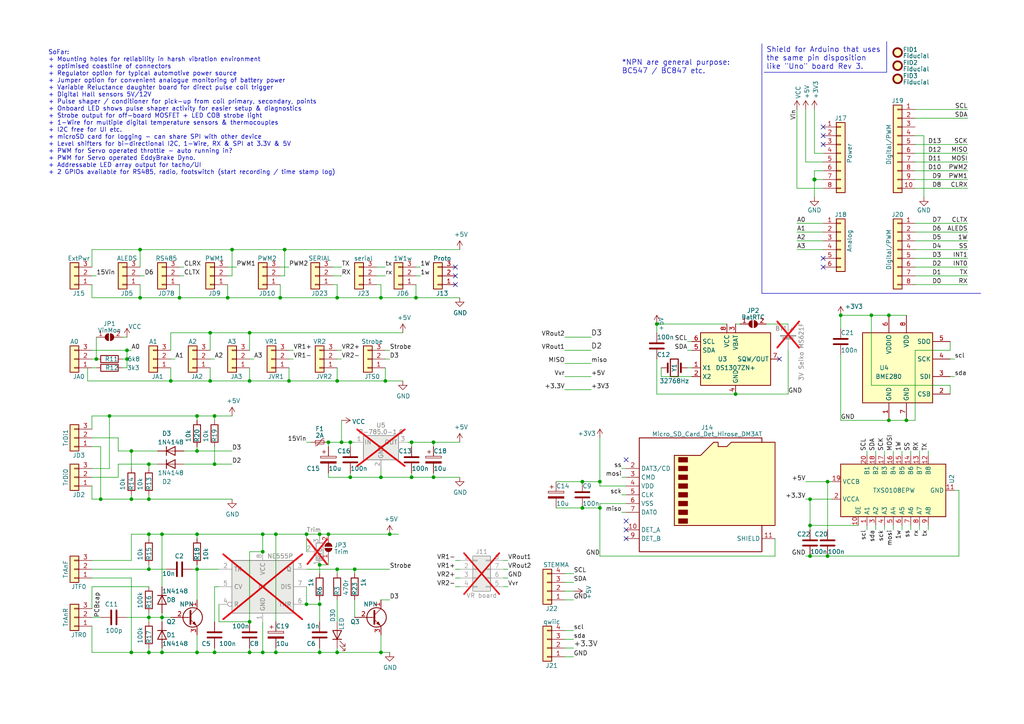
<source format=kicad_sch>
(kicad_sch (version 20230121) (generator eeschema)
  (paper "A4")
  (title_block (title "ArdynoMon") (date "2023-06-27") (rev "Rev 3.5") (company "TechColab.co.je") (comment 1 "Enhanced from Ardyno.") (comment 2 "+Some engine monitoring / logging inputs") (comment 3 "+Some outputs for UI & engine / dyno control") (comment 4 "+Enabled for further increments."))
  (junction (at 60.96 96.52))
  (junction (at 110.49 189.23))
  (junction (at 43.18 154.94))
  (junction (at 46.99 179.07))
  (junction (at 67.31 72.39))
  (junction (at 57.15 189.23))
  (junction (at 72.39 189.23))
  (junction (at 125.73 128.27))
  (junction (at 88.9 175.26))
  (junction (at 72.39 110.49))
  (junction (at 120.65 86.36))
  (junction (at 101.6 128.27))
  (junction (at 46.99 154.94))
  (junction (at 111.76 110.49))
  (junction (at 97.79 165.1))
  (junction (at 83.82 110.49))
  (junction (at 97.79 189.23))
  (junction (at 40.64 72.39))
  (junction (at 43.18 134.62))
  (junction (at 252.73 91.44))
  (junction (at 173.99 147.32))
  (junction (at 40.64 86.36))
  (junction (at 80.01 189.23))
  (junction (at 76.2 189.23))
  (junction (at 62.23 120.65))
  (junction (at 95.25 128.27))
  (junction (at 257.81 91.44))
  (junction (at 38.1 130.81))
  (junction (at 236.22 52.07) (diameter 1.016))
  (junction (at 66.04 86.36))
  (junction (at 57.15 154.94))
  (junction (at 38.1 144.78))
  (junction (at 46.99 189.23))
  (junction (at 80.01 154.94))
  (junction (at 257.81 121.92))
  (junction (at 92.71 175.26))
  (junction (at 72.39 96.52))
  (junction (at 99.06 128.27))
  (junction (at 43.18 165.1))
  (junction (at 240.03 161.29))
  (junction (at 119.38 128.27))
  (junction (at 27.94 104.14))
  (junction (at 262.89 121.92))
  (junction (at 110.49 138.43))
  (junction (at 102.87 165.1))
  (junction (at 76.2 154.94))
  (junction (at 168.91 139.7))
  (junction (at 43.18 189.23))
  (junction (at 29.21 144.78))
  (junction (at 95.25 154.94))
  (junction (at 43.18 179.07))
  (junction (at 97.79 86.36))
  (junction (at 125.73 138.43))
  (junction (at 62.23 134.62))
  (junction (at 113.03 154.94))
  (junction (at 234.95 144.78))
  (junction (at 101.6 138.43))
  (junction (at 110.49 86.36))
  (junction (at 97.79 110.49))
  (junction (at 81.28 86.36))
  (junction (at 49.53 110.49))
  (junction (at 119.38 138.43))
  (junction (at 38.1 189.23))
  (junction (at 52.07 86.36))
  (junction (at 57.15 130.81))
  (junction (at 57.15 120.65))
  (junction (at 173.99 139.7))
  (junction (at 62.23 189.23))
  (junction (at 234.95 152.4))
  (junction (at 57.15 165.1))
  (junction (at 72.39 180.34))
  (junction (at 243.84 91.44))
  (junction (at 240.03 139.7))
  (junction (at 82.55 72.39))
  (junction (at 92.71 189.23))
  (junction (at 60.96 110.49))
  (junction (at 92.71 163.83))
  (junction (at 76.2 160.02))
  (junction (at 36.83 101.6))
  (junction (at 190.5 93.98))
  (junction (at 234.95 161.29))
  (junction (at 31.75 120.65))
  (junction (at 213.36 114.3))
  (junction (at 36.83 104.14))
  (junction (at 92.71 154.94))
  (junction (at 88.9 154.94))
  (junction (at 43.18 144.78))
  (junction (at 168.91 147.32))
  (no_connect (at 132.08 82.55))
  (no_connect (at 181.61 153.67))
  (no_connect (at 181.61 151.13))
  (no_connect (at 132.08 77.47))
  (no_connect (at 238.76 74.93))
  (no_connect (at 181.61 156.21))
  (no_connect (at 238.76 39.37))
  (no_connect (at 226.06 104.14))
  (no_connect (at 181.61 133.35))
  (no_connect (at 238.76 36.83))
  (no_connect (at 132.08 80.01))
  (no_connect (at 238.76 77.47))
  (no_connect (at 238.76 41.91))
  (wire (pts (xy 99.06 128.27) (xy 101.6 128.27)))
  (wire (pts (xy 101.6 138.43) (xy 110.49 138.43)))
  (wire (pts (xy 180.34 143.51) (xy 181.61 143.51)))
  (wire (pts (xy 92.71 156.21) (xy 92.71 154.94)))
  (wire (pts (xy 110.49 82.55) (xy 110.49 86.36)))
  (wire (pts (xy 238.76 49.53) (xy 236.22 49.53)))
  (wire (pts (xy 163.83 109.22) (xy 171.45 109.22)))
  (wire (pts (xy 275.59 109.22) (xy 276.86 109.22)))
  (wire (pts (xy 36.83 106.68) (xy 36.83 104.14)))
  (wire (pts (xy 163.83 190.5) (xy 166.37 190.5)))
  (polyline (pts (xy 220.98 85.09) (xy 284.48 85.09)))
  (wire (pts (xy 80.01 154.94) (xy 88.9 154.94)))
  (wire (pts (xy 66.04 77.47) (xy 68.58 77.47)))
  (wire (pts (xy 63.5 170.18) (xy 62.23 170.18)))
  (wire (pts (xy 132.08 167.64) (xy 133.35 167.64)))
  (wire (pts (xy 43.18 187.96) (xy 43.18 189.23)))
  (wire (pts (xy 57.15 163.83) (xy 57.15 165.1)))
  (wire (pts (xy 163.83 173.99) (xy 166.37 173.99)))
  (wire (pts (xy 97.79 187.96) (xy 97.79 189.23)))
  (wire (pts (xy 191.77 109.22) (xy 200.66 109.22)))
  (wire (pts (xy 95.25 129.54) (xy 95.25 128.27)))
  (wire (pts (xy 110.49 184.15) (xy 110.49 189.23)))
  (wire (pts (xy 133.35 86.36) (xy 120.65 86.36)))
  (wire (pts (xy 40.64 72.39) (xy 26.67 72.39)))
  (wire (pts (xy 46.99 177.8) (xy 46.99 179.07)))
  (wire (pts (xy 254 130.81) (xy 254 132.08)))
  (wire (pts (xy 36.83 179.07) (xy 43.18 179.07)))
  (wire (pts (xy 265.43 44.45) (xy 280.67 44.45)))
  (wire (pts (xy 72.39 106.68) (xy 72.39 110.49)))
  (wire (pts (xy 265.43 39.37) (xy 267.97 39.37)))
  (wire (pts (xy 101.6 128.27) (xy 102.87 128.27)))
  (wire (pts (xy 163.83 101.6) (xy 171.45 101.6)))
  (wire (pts (xy 95.25 128.27) (xy 99.06 128.27)))
  (wire (pts (xy 92.71 163.83) (xy 95.25 163.83)))
  (wire (pts (xy 80.01 187.96) (xy 80.01 189.23)))
  (wire (pts (xy 110.49 189.23) (xy 113.03 189.23)))
  (wire (pts (xy 101.6 128.27) (xy 101.6 129.54)))
  (wire (pts (xy 43.18 189.23) (xy 46.99 189.23)))
  (wire (pts (xy 49.53 110.49) (xy 60.96 110.49)))
  (wire (pts (xy 95.25 137.16) (xy 95.25 138.43)))
  (wire (pts (xy 57.15 130.81) (xy 67.31 130.81)))
  (wire (pts (xy 81.28 82.55) (xy 81.28 86.36)))
  (wire (pts (xy 163.83 105.41) (xy 171.45 105.41)))
  (wire (pts (xy 181.61 140.97) (xy 173.99 140.97)))
  (wire (pts (xy 190.5 93.98) (xy 190.5 96.52)))
  (wire (pts (xy 67.31 72.39) (xy 67.31 80.01)))
  (wire (pts (xy 57.15 184.15) (xy 57.15 189.23)))
  (wire (pts (xy 228.6 114.3) (xy 213.36 114.3)))
  (wire (pts (xy 43.18 163.83) (xy 43.18 165.1)))
  (wire (pts (xy 97.79 189.23) (xy 110.49 189.23)))
  (wire (pts (xy 234.95 144.78) (xy 234.95 152.4)))
  (wire (pts (xy 180.34 135.89) (xy 181.61 135.89)))
  (wire (pts (xy 173.99 146.05) (xy 181.61 146.05)))
  (wire (pts (xy 236.22 31.75) (xy 236.22 44.45)))
  (wire (pts (xy 81.28 80.01) (xy 82.55 80.01)))
  (wire (pts (xy 46.99 154.94) (xy 57.15 154.94)))
  (wire (pts (xy 102.87 165.1) (xy 102.87 166.37)))
  (wire (pts (xy 163.83 168.91) (xy 166.37 168.91)))
  (wire (pts (xy 72.39 160.02) (xy 72.39 180.34)))
  (wire (pts (xy 97.79 86.36) (xy 81.28 86.36)))
  (wire (pts (xy 26.67 135.89) (xy 31.75 135.89)))
  (wire (pts (xy 72.39 96.52) (xy 72.39 101.6)))
  (wire (pts (xy 133.35 72.39) (xy 82.55 72.39)))
  (wire (pts (xy 81.28 77.47) (xy 83.82 77.47)))
  (wire (pts (xy 52.07 82.55) (xy 52.07 86.36)))
  (wire (pts (xy 35.56 97.79) (xy 36.83 97.79)))
  (wire (pts (xy 275.59 99.06) (xy 275.59 101.6)))
  (wire (pts (xy 265.43 82.55) (xy 280.67 82.55)))
  (wire (pts (xy 43.18 134.62) (xy 43.18 135.89)))
  (wire (pts (xy 96.52 77.47) (xy 99.06 77.47)))
  (wire (pts (xy 92.71 163.83) (xy 92.71 166.37)))
  (wire (pts (xy 240.03 139.7) (xy 241.3 139.7)))
  (wire (pts (xy 120.65 80.01) (xy 121.92 80.01)))
  (wire (pts (xy 62.23 129.54) (xy 62.23 134.62)))
  (wire (pts (xy 233.68 31.75) (xy 233.68 46.99)))
  (wire (pts (xy 199.39 106.68) (xy 200.66 106.68)))
  (wire (pts (xy 66.04 82.55) (xy 66.04 86.36)))
  (wire (pts (xy 60.96 106.68) (xy 60.96 110.49)))
  (wire (pts (xy 34.29 130.81) (xy 38.1 130.81)))
  (wire (pts (xy 276.86 142.24) (xy 278.13 142.24)))
  (wire (pts (xy 92.71 187.96) (xy 92.71 189.23)))
  (wire (pts (xy 111.76 101.6) (xy 113.03 101.6)))
  (wire (pts (xy 97.79 110.49) (xy 111.76 110.49)))
  (wire (pts (xy 125.73 137.16) (xy 125.73 138.43)))
  (wire (pts (xy 62.23 134.62) (xy 67.31 134.62)))
  (wire (pts (xy 40.64 72.39) (xy 40.64 77.47)))
  (wire (pts (xy 163.83 97.79) (xy 171.45 97.79)))
  (wire (pts (xy 36.83 101.6) (xy 38.1 101.6)))
  (wire (pts (xy 63.5 175.26) (xy 63.5 180.34)))
  (wire (pts (xy 63.5 180.34) (xy 72.39 180.34)))
  (wire (pts (xy 262.89 121.92) (xy 265.43 121.92)))
  (wire (pts (xy 26.67 170.18) (xy 43.18 170.18)))
  (wire (pts (xy 46.99 189.23) (xy 57.15 189.23)))
  (wire (pts (xy 119.38 137.16) (xy 119.38 138.43)))
  (wire (pts (xy 49.53 104.14) (xy 50.8 104.14)))
  (wire (pts (xy 222.25 93.98) (xy 228.6 93.98)))
  (wire (pts (xy 49.53 96.52) (xy 60.96 96.52)))
  (wire (pts (xy 125.73 138.43) (xy 133.35 138.43)))
  (wire (pts (xy 265.43 34.29) (xy 280.67 34.29)))
  (wire (pts (xy 118.11 128.27) (xy 119.38 128.27)))
  (wire (pts (xy 161.29 147.32) (xy 168.91 147.32)))
  (wire (pts (xy 43.18 179.07) (xy 46.99 179.07)))
  (wire (pts (xy 26.67 129.54) (xy 29.21 129.54)))
  (wire (pts (xy 146.05 162.56) (xy 147.32 162.56)))
  (wire (pts (xy 231.14 72.39) (xy 238.76 72.39)))
  (wire (pts (xy 53.34 134.62) (xy 62.23 134.62)))
  (wire (pts (xy 92.71 154.94) (xy 95.25 154.94)))
  (wire (pts (xy 66.04 80.01) (xy 67.31 80.01)))
  (wire (pts (xy 88.9 175.26) (xy 92.71 175.26)))
  (wire (pts (xy 52.07 77.47) (xy 53.34 77.47)))
  (wire (pts (xy 76.2 189.23) (xy 80.01 189.23)))
  (wire (pts (xy 26.67 138.43) (xy 34.29 138.43)))
  (wire (pts (xy 97.79 165.1) (xy 102.87 165.1)))
  (wire (pts (xy 265.43 77.47) (xy 280.67 77.47)))
  (wire (pts (xy 238.76 52.07) (xy 236.22 52.07)))
  (wire (pts (xy 265.43 67.31) (xy 280.67 67.31)))
  (wire (pts (xy 267.97 39.37) (xy 267.97 57.15)))
  (wire (pts (xy 266.7 152.4) (xy 266.7 153.67)))
  (wire (pts (xy 101.6 137.16) (xy 101.6 138.43)))
  (wire (pts (xy 43.18 156.21) (xy 43.18 154.94)))
  (wire (pts (xy 120.65 82.55) (xy 120.65 86.36)))
  (wire (pts (xy 265.43 49.53) (xy 280.67 49.53)))
  (wire (pts (xy 31.75 120.65) (xy 57.15 120.65)))
  (wire (pts (xy 43.18 165.1) (xy 48.26 165.1)))
  (polyline (pts (xy 257.175 20.955) (xy 257.175 12.065)))
  (wire (pts (xy 110.49 173.99) (xy 113.03 173.99)))
  (wire (pts (xy 38.1 130.81) (xy 45.72 130.81)))
  (wire (pts (xy 190.5 104.14) (xy 190.5 114.3)))
  (wire (pts (xy 43.18 144.78) (xy 67.31 144.78)))
  (wire (pts (xy 243.84 102.87) (xy 243.84 121.92)))
  (wire (pts (xy 72.39 110.49) (xy 83.82 110.49)))
  (wire (pts (xy 234.95 161.29) (xy 240.03 161.29)))
  (wire (pts (xy 34.29 134.62) (xy 34.29 138.43)))
  (wire (pts (xy 38.1 130.81) (xy 38.1 135.89)))
  (wire (pts (xy 111.76 110.49) (xy 116.84 110.49)))
  (wire (pts (xy 109.22 77.47) (xy 111.76 77.47)))
  (wire (pts (xy 265.43 72.39) (xy 280.67 72.39)))
  (wire (pts (xy 233.68 144.78) (xy 234.95 144.78)))
  (wire (pts (xy 238.76 64.77) (xy 231.14 64.77)))
  (wire (pts (xy 83.82 104.14) (xy 85.09 104.14)))
  (wire (pts (xy 199.39 99.06) (xy 200.66 99.06)))
  (wire (pts (xy 29.21 129.54) (xy 29.21 144.78)))
  (wire (pts (xy 111.76 104.14) (xy 113.03 104.14)))
  (wire (pts (xy 95.25 138.43) (xy 101.6 138.43)))
  (wire (pts (xy 254 152.4) (xy 254 153.67)))
  (wire (pts (xy 26.67 127) (xy 34.29 127)))
  (wire (pts (xy 26.67 162.56) (xy 38.1 162.56)))
  (wire (pts (xy 26.67 167.64) (xy 38.1 167.64)))
  (wire (pts (xy 38.1 154.94) (xy 43.18 154.94)))
  (wire (pts (xy 29.21 144.78) (xy 38.1 144.78)))
  (wire (pts (xy 62.23 170.18) (xy 62.23 180.34)))
  (wire (pts (xy 97.79 165.1) (xy 97.79 166.37)))
  (wire (pts (xy 111.76 106.68) (xy 111.76 110.49)))
  (wire (pts (xy 251.46 130.81) (xy 251.46 132.08)))
  (wire (pts (xy 234.95 152.4) (xy 234.95 153.67)))
  (wire (pts (xy 26.67 144.78) (xy 29.21 144.78)))
  (wire (pts (xy 96.52 82.55) (xy 97.79 82.55)))
  (wire (pts (xy 72.39 96.52) (xy 116.84 96.52)))
  (wire (pts (xy 234.95 144.78) (xy 241.3 144.78)))
  (wire (pts (xy 31.75 135.89) (xy 31.75 120.65)))
  (wire (pts (xy 62.23 120.65) (xy 67.31 120.65)))
  (wire (pts (xy 275.59 104.14) (xy 276.86 104.14)))
  (wire (pts (xy 120.65 77.47) (xy 121.92 77.47)))
  (wire (pts (xy 265.43 46.99) (xy 280.67 46.99)))
  (wire (pts (xy 119.38 128.27) (xy 119.38 129.54)))
  (wire (pts (xy 95.25 163.83) (xy 95.25 162.56)))
  (wire (pts (xy 264.16 152.4) (xy 264.16 153.67)))
  (wire (pts (xy 53.34 130.81) (xy 57.15 130.81)))
  (wire (pts (xy 231.14 54.61) (xy 231.14 31.75)))
  (wire (pts (xy 125.73 128.27) (xy 133.35 128.27)))
  (wire (pts (xy 62.23 187.96) (xy 62.23 189.23)))
  (wire (pts (xy 240.03 161.29) (xy 278.13 161.29)))
  (wire (pts (xy 97.79 101.6) (xy 99.06 101.6)))
  (wire (pts (xy 26.67 140.97) (xy 26.67 144.78)))
  (wire (pts (xy 88.9 154.94) (xy 92.71 154.94)))
  (wire (pts (xy 97.79 82.55) (xy 97.79 86.36)))
  (wire (pts (xy 233.68 46.99) (xy 238.76 46.99)))
  (wire (pts (xy 173.99 146.05) (xy 173.99 147.32)))
  (wire (pts (xy 132.08 162.56) (xy 133.35 162.56)))
  (wire (pts (xy 80.01 154.94) (xy 80.01 180.34)))
  (wire (pts (xy 88.9 170.18) (xy 88.9 175.26)))
  (wire (pts (xy 238.76 54.61) (xy 231.14 54.61)))
  (wire (pts (xy 163.83 166.37) (xy 166.37 166.37)))
  (wire (pts (xy 265.43 54.61) (xy 280.67 54.61)))
  (wire (pts (xy 72.39 104.14) (xy 73.66 104.14)))
  (wire (pts (xy 26.67 106.68) (xy 27.94 106.68)))
  (wire (pts (xy 173.99 139.7) (xy 173.99 127)))
  (wire (pts (xy 97.79 173.99) (xy 97.79 180.34)))
  (wire (pts (xy 43.18 180.34) (xy 43.18 179.07)))
  (wire (pts (xy 236.22 52.07) (xy 236.22 57.15)))
  (wire (pts (xy 233.68 161.29) (xy 234.95 161.29)))
  (wire (pts (xy 180.34 138.43) (xy 181.61 138.43)))
  (wire (pts (xy 97.79 106.68) (xy 97.79 110.49)))
  (wire (pts (xy 26.67 120.65) (xy 31.75 120.65)))
  (wire (pts (xy 233.68 139.7) (xy 240.03 139.7)))
  (wire (pts (xy 213.36 93.98) (xy 214.63 93.98)))
  (wire (pts (xy 72.39 160.02) (xy 76.2 160.02)))
  (polyline (pts (xy 221.615 20.955) (xy 257.175 20.955)))
  (wire (pts (xy 163.83 113.03) (xy 171.45 113.03)))
  (wire (pts (xy 25.4 106.68) (xy 25.4 110.49)))
  (wire (pts (xy 265.43 31.75) (xy 280.67 31.75)))
  (wire (pts (xy 43.18 143.51) (xy 43.18 144.78)))
  (wire (pts (xy 55.88 165.1) (xy 57.15 165.1)))
  (wire (pts (xy 259.08 130.81) (xy 259.08 132.08)))
  (wire (pts (xy 88.9 165.1) (xy 97.79 165.1)))
  (wire (pts (xy 265.43 64.77) (xy 280.67 64.77)))
  (wire (pts (xy 76.2 154.94) (xy 80.01 154.94)))
  (wire (pts (xy 252.73 91.44) (xy 257.81 91.44)))
  (wire (pts (xy 43.18 177.8) (xy 43.18 179.07)))
  (wire (pts (xy 132.08 170.18) (xy 133.35 170.18)))
  (wire (pts (xy 38.1 154.94) (xy 38.1 162.56)))
  (wire (pts (xy 83.82 101.6) (xy 85.09 101.6)))
  (wire (pts (xy 163.83 171.45) (xy 166.37 171.45)))
  (wire (pts (xy 265.43 80.01) (xy 280.67 80.01)))
  (wire (pts (xy 168.91 139.7) (xy 173.99 139.7)))
  (wire (pts (xy 57.15 165.1) (xy 57.15 173.99)))
  (wire (pts (xy 40.64 86.36) (xy 26.67 86.36)))
  (wire (pts (xy 38.1 144.78) (xy 43.18 144.78)))
  (wire (pts (xy 57.15 154.94) (xy 76.2 154.94)))
  (wire (pts (xy 67.31 72.39) (xy 40.64 72.39)))
  (wire (pts (xy 266.7 130.81) (xy 266.7 132.08)))
  (wire (pts (xy 25.4 110.49) (xy 49.53 110.49)))
  (wire (pts (xy 57.15 165.1) (xy 63.5 165.1)))
  (wire (pts (xy 110.49 138.43) (xy 119.38 138.43)))
  (wire (pts (xy 83.82 110.49) (xy 97.79 110.49)))
  (wire (pts (xy 38.1 189.23) (xy 43.18 189.23)))
  (wire (pts (xy 26.67 77.47) (xy 26.67 72.39)))
  (wire (pts (xy 88.9 128.27) (xy 90.17 128.27)))
  (wire (pts (xy 43.18 154.94) (xy 46.99 154.94)))
  (wire (pts (xy 92.71 175.26) (xy 92.71 180.34)))
  (wire (pts (xy 190.5 93.98) (xy 210.82 93.98)))
  (wire (pts (xy 180.34 148.59) (xy 181.61 148.59)))
  (wire (pts (xy 257.81 91.44) (xy 262.89 91.44)))
  (wire (pts (xy 275.59 111.76) (xy 275.59 114.3)))
  (wire (pts (xy 173.99 161.29) (xy 224.79 161.29)))
  (wire (pts (xy 115.57 154.94) (xy 113.03 154.94)))
  (wire (pts (xy 110.49 135.89) (xy 110.49 138.43)))
  (wire (pts (xy 231.14 67.31) (xy 238.76 67.31)))
  (wire (pts (xy 81.28 86.36) (xy 66.04 86.36)))
  (polyline (pts (xy 220.98 85.09) (xy 220.98 12.7)))
  (wire (pts (xy 265.43 101.6) (xy 265.43 121.92)))
  (wire (pts (xy 40.64 82.55) (xy 40.64 86.36)))
  (wire (pts (xy 34.29 134.62) (xy 43.18 134.62)))
  (wire (pts (xy 92.71 189.23) (xy 97.79 189.23)))
  (wire (pts (xy 265.43 41.91) (xy 280.67 41.91)))
  (wire (pts (xy 26.67 165.1) (xy 43.18 165.1)))
  (wire (pts (xy 109.22 80.01) (xy 111.76 80.01)))
  (wire (pts (xy 72.39 189.23) (xy 76.2 189.23)))
  (wire (pts (xy 52.07 86.36) (xy 40.64 86.36)))
  (wire (pts (xy 228.6 101.6) (xy 228.6 114.3)))
  (wire (pts (xy 264.16 130.81) (xy 264.16 132.08)))
  (wire (pts (xy 66.04 86.36) (xy 52.07 86.36)))
  (wire (pts (xy 173.99 140.97) (xy 173.99 139.7)))
  (wire (pts (xy 36.83 104.14) (xy 36.83 101.6)))
  (wire (pts (xy 265.43 52.07) (xy 280.67 52.07)))
  (wire (pts (xy 256.54 152.4) (xy 256.54 153.67)))
  (wire (pts (xy 109.22 82.55) (xy 110.49 82.55)))
  (wire (pts (xy 88.9 154.94) (xy 88.9 160.02)))
  (wire (pts (xy 52.07 80.01) (xy 53.34 80.01)))
  (wire (pts (xy 38.1 167.64) (xy 38.1 189.23)))
  (wire (pts (xy 163.83 187.96) (xy 166.37 187.96)))
  (wire (pts (xy 243.84 91.44) (xy 243.84 95.25)))
  (wire (pts (xy 43.18 134.62) (xy 45.72 134.62)))
  (wire (pts (xy 190.5 114.3) (xy 213.36 114.3)))
  (wire (pts (xy 26.67 124.46) (xy 26.67 120.65)))
  (wire (pts (xy 161.29 139.7) (xy 168.91 139.7)))
  (wire (pts (xy 119.38 128.27) (xy 125.73 128.27)))
  (wire (pts (xy 46.99 180.34) (xy 46.99 179.07)))
  (wire (pts (xy 57.15 120.65) (xy 57.15 121.92)))
  (wire (pts (xy 269.24 130.81) (xy 269.24 132.08)))
  (wire (pts (xy 82.55 72.39) (xy 82.55 80.01)))
  (wire (pts (xy 80.01 189.23) (xy 92.71 189.23)))
  (wire (pts (xy 173.99 147.32) (xy 173.99 161.29)))
  (wire (pts (xy 96.52 80.01) (xy 99.06 80.01)))
  (wire (pts (xy 146.05 167.64) (xy 147.32 167.64)))
  (wire (pts (xy 102.87 165.1) (xy 113.03 165.1)))
  (wire (pts (xy 57.15 154.94) (xy 57.15 156.21)))
  (wire (pts (xy 27.94 97.79) (xy 27.94 104.14)))
  (wire (pts (xy 252.73 111.76) (xy 275.59 111.76)))
  (wire (pts (xy 26.67 82.55) (xy 26.67 86.36)))
  (wire (pts (xy 102.87 173.99) (xy 102.87 179.07)))
  (wire (pts (xy 35.56 106.68) (xy 36.83 106.68)))
  (wire (pts (xy 26.67 189.23) (xy 38.1 189.23)))
  (wire (pts (xy 243.84 91.44) (xy 252.73 91.44)))
  (wire (pts (xy 49.53 106.68) (xy 49.53 110.49)))
  (wire (pts (xy 38.1 143.51) (xy 38.1 144.78)))
  (wire (pts (xy 163.83 182.88) (xy 166.37 182.88)))
  (wire (pts (xy 168.91 147.32) (xy 173.99 147.32)))
  (wire (pts (xy 83.82 106.68) (xy 83.82 110.49)))
  (wire (pts (xy 261.62 130.81) (xy 261.62 132.08)))
  (wire (pts (xy 26.67 181.61) (xy 26.67 189.23)))
  (wire (pts (xy 252.73 91.44) (xy 252.73 111.76)))
  (wire (pts (xy 57.15 129.54) (xy 57.15 130.81)))
  (wire (pts (xy 163.83 185.42) (xy 166.37 185.42)))
  (wire (pts (xy 125.73 128.27) (xy 125.73 129.54)))
  (wire (pts (xy 265.43 74.93) (xy 280.67 74.93)))
  (wire (pts (xy 26.67 101.6) (xy 36.83 101.6)))
  (wire (pts (xy 132.08 165.1) (xy 133.35 165.1)))
  (wire (pts (xy 259.08 152.4) (xy 259.08 153.67)))
  (wire (pts (xy 26.67 104.14) (xy 27.94 104.14)))
  (wire (pts (xy 99.06 121.92) (xy 99.06 128.27)))
  (wire (pts (xy 251.46 152.4) (xy 251.46 153.67)))
  (wire (pts (xy 34.29 127) (xy 34.29 130.81)))
  (wire (pts (xy 256.54 130.81) (xy 256.54 132.08)))
  (wire (pts (xy 110.49 86.36) (xy 97.79 86.36)))
  (wire (pts (xy 76.2 180.34) (xy 76.2 189.23)))
  (wire (pts (xy 275.59 101.6) (xy 265.43 101.6)))
  (wire (pts (xy 49.53 96.52) (xy 49.53 101.6)))
  (wire (pts (xy 257.81 121.92) (xy 262.89 121.92)))
  (wire (pts (xy 92.71 173.99) (xy 92.71 175.26)))
  (wire (pts (xy 236.22 44.45) (xy 238.76 44.45)))
  (wire (pts (xy 46.99 179.07) (xy 49.53 179.07)))
  (wire (pts (xy 26.67 80.01) (xy 27.94 80.01)))
  (wire (pts (xy 243.84 121.92) (xy 257.81 121.92)))
  (wire (pts (xy 60.96 104.14) (xy 62.23 104.14)))
  (wire (pts (xy 57.15 189.23) (xy 62.23 189.23)))
  (wire (pts (xy 191.77 106.68) (xy 191.77 109.22)))
  (wire (pts (xy 35.56 104.14) (xy 36.83 104.14)))
  (wire (pts (xy 40.64 80.01) (xy 41.91 80.01)))
  (wire (pts (xy 240.03 139.7) (xy 240.03 153.67)))
  (wire (pts (xy 60.96 110.49) (xy 72.39 110.49)))
  (wire (pts (xy 265.43 69.85) (xy 280.67 69.85)))
  (wire (pts (xy 236.22 49.53) (xy 236.22 52.07)))
  (wire (pts (xy 76.2 154.94) (xy 76.2 160.02)))
  (wire (pts (xy 57.15 120.65) (xy 62.23 120.65)))
  (wire (pts (xy 146.05 165.1) (xy 147.32 165.1)))
  (wire (pts (xy 82.55 72.39) (xy 67.31 72.39)))
  (wire (pts (xy 95.25 154.94) (xy 113.03 154.94)))
  (wire (pts (xy 238.76 69.85) (xy 231.14 69.85)))
  (wire (pts (xy 120.65 86.36) (xy 110.49 86.36)))
  (wire (pts (xy 72.39 187.96) (xy 72.39 189.23)))
  (wire (pts (xy 261.62 152.4) (xy 261.62 153.67)))
  (wire (pts (xy 26.67 179.07) (xy 29.21 179.07)))
  (wire (pts (xy 62.23 189.23) (xy 72.39 189.23)))
  (wire (pts (xy 46.99 154.94) (xy 46.99 170.18)))
  (wire (pts (xy 60.96 96.52) (xy 60.96 101.6)))
  (wire (pts (xy 234.95 152.4) (xy 248.92 152.4)))
  (wire (pts (xy 97.79 104.14) (xy 99.06 104.14)))
  (wire (pts (xy 224.79 156.21) (xy 224.79 161.29)))
  (wire (pts (xy 269.24 152.4) (xy 269.24 153.67)))
  (wire (pts (xy 62.23 121.92) (xy 62.23 120.65)))
  (wire (pts (xy 60.96 96.52) (xy 72.39 96.52)))
  (wire (pts (xy 199.39 101.6) (xy 200.66 101.6)))
  (wire (pts (xy 119.38 138.43) (xy 125.73 138.43)))
  (wire (pts (xy 146.05 170.18) (xy 147.32 170.18)))
  (wire (pts (xy 46.99 187.96) (xy 46.99 189.23)))
  (wire (pts (xy 26.67 170.18) (xy 26.67 176.53)))
  (wire (pts (xy 278.13 142.24) (xy 278.13 161.29)))
  (text "*NPN are general purpose:\nBC547 / BC847 etc." (at 180.34 21.59 0) (effects (font (size 1.524 1.524)) (justify left bottom)))
  (text "Shield for Arduino that uses\nthe same pin disposition\nlike \"Uno\" board Rev 3." (at 222.25 20.32 0) (effects (font (size 1.524 1.524)) (justify left bottom)))
  (text "SoFar:\n+ Mounting holes for reliability in harsh vibration environment\n+ optimised coastline of connectors\n+ Regulator option for typical automotive power source\n+ Jumper option for convenient analogue monitoring of battery power\n+ Variable Reluctance daughter board for direct pulse coil trigger\n+ Digital Hall sensors 5V/12V\n+ Pulse shaper / conditioner for pick-up from coil primary, secondary, points\n+ Onboard LED shows pulse shaper activity for easier setup & diagnostics\n+ Strobe output for off-board MOSFET + LED COB strobe light\n+ 1-Wire for multiple digital temperature sensors & thermocouples\n+ I2C free for UI etc.\n+ microSD card for logging - can share SPI with other device\n+ Level shifters for bi-directional I2C, 1-Wire, RX & SPI at 3.3V & 5V\n+ PWM for Servo operated throttle - auto running in?\n+ PWM for Servo operated EddyBrake Dyno.\n+ Addressable LED array output for tacho/UI\n+ 2 GPIOs available for RS485, radio, footswitch (start recording / time stamp log)" (at 13.97 50.8 0) (effects (font (size 1.27 1.27)) (justify left bottom)))
  (label "D2" (at 171.45 101.6 0) (effects (font (size 1.524 1.524))))
  (label "rx" (at 266.7 153.67 270))
  (label "GND" (at 233.68 161.29 180))
  (label "SDA" (at 199.39 101.6 180))
  (label "ss" (at 264.16 153.67 270))
  (label "MISO" (at 280.67 44.45 180))
  (label "VR1+" (at 85.09 101.6 0))
  (label "GND" (at 166.37 173.99 0))
  (label "INT1" (at 280.67 74.93 180))
  (label "CLTX" (at 280.67 64.77 180))
  (label "D10" (at 273.05 49.53 180))
  (label "mosi" (at 259.08 153.67 270))
  (label "D12" (at 273.05 44.45 180))
  (label "VRout1" (at 163.83 101.6 180))
  (label "TX" (at 280.67 80.01 180))
  (label "CLRX" (at 53.34 77.47 0))
  (label "+3V3" (at 171.45 113.03 0))
  (label "TX" (at 99.06 77.47 0))
  (label "SCK" (at 280.67 41.91 180))
  (label "SS" (at 264.16 130.81 90))
  (label "TX" (at 269.24 130.81 90))
  (label "VRout2" (at 147.32 165.1 0))
  (label "GND" (at 147.32 167.64 0))
  (label "15Vin" (at 27.94 80.01 0))
  (label "1w" (at 121.92 80.01 0))
  (label "VR1+" (at 132.08 165.1 180))
  (label "sck" (at 256.54 153.67 270))
  (label "SDA" (at 254 130.81 90))
  (label "miso" (at 171.45 105.41 0))
  (label "D13" (at 273.05 41.91 180))
  (label "SCL" (at 199.39 99.06 180))
  (label "MISO" (at 163.83 105.41 180))
  (label "D3" (at 67.31 130.81 0))
  (label "scl" (at 276.86 104.14 0))
  (label "A1" (at 50.8 104.14 0))
  (label "Vin" (at 231.14 31.75 270))
  (label "Vvr" (at 147.32 170.18 0))
  (label "VR2+" (at 132.08 167.64 180))
  (label "Strobe" (at 113.03 165.1 0))
  (label "sda" (at 276.86 109.22 0))
  (label "PWM1" (at 280.67 52.07 180))
  (label "D9" (at 273.05 52.07 180))
  (label "+3.3V" (at 233.68 144.78 180))
  (label "ALEDS" (at 280.67 67.31 180))
  (label "INT0" (at 280.67 77.47 180))
  (label "D0" (at 273.05 82.55 180))
  (label "1W" (at 261.62 130.81 90))
  (label "Vvr" (at 163.83 109.22 180))
  (label "VR2+" (at 99.06 101.6 0))
  (label "VRout2" (at 163.83 97.79 180))
  (label "VR2-" (at 99.06 104.14 0))
  (label "D3" (at 113.03 104.14 0))
  (label "RX" (at 266.7 130.81 90))
  (label "VR2-" (at 132.08 170.18 180))
  (label "GND" (at 173.99 161.29 180))
  (label "GND" (at 166.37 190.5 0))
  (label "scl" (at 251.46 153.67 270))
  (label "+3.3V" (at 163.83 113.03 180))
  (label "SCK" (at 256.54 130.81 90))
  (label "sck" (at 180.34 143.51 180))
  (label "15Vin" (at 88.9 128.27 180))
  (label "VRout1" (at 147.32 162.56 0))
  (label "+3.3V" (at 166.37 187.96 0) (effects (font (size 1.524 1.524))))
  (label "D7" (at 273.05 64.77 180))
  (label "D3" (at 113.03 173.99 0))
  (label "D3" (at 273.05 74.93 180))
  (label "GND" (at 243.84 121.92 0))
  (label "A0" (at 231.14 64.77 0))
  (label "tx" (at 269.24 153.67 270))
  (label "GND" (at 228.6 114.3 0))
  (label "D2" (at 67.31 134.62 0))
  (label "+5V" (at 171.45 109.22 0))
  (label "A3" (at 231.14 72.39 0))
  (label "sda" (at 166.37 185.42 0))
  (label "ss" (at 180.34 135.89 180))
  (label "D8" (at 273.05 54.61 180))
  (label "D6" (at 273.05 67.31 180))
  (label "A0" (at 38.1 101.6 0))
  (label "1w" (at 261.62 153.67 270))
  (label "SCL" (at 251.46 130.81 90))
  (label "CLTX" (at 53.34 80.01 0))
  (label "scl" (at 166.37 182.88 0))
  (label "PWM2" (at 280.67 49.53 180))
  (label "VR1-" (at 85.09 104.14 0))
  (label "D11" (at 273.05 46.99 180))
  (label "D1" (at 273.05 80.01 180))
  (label "1W" (at 121.92 77.47 0))
  (label "PCBcap" (at 29.21 179.07 90))
  (label "miso" (at 180.34 148.59 180))
  (label "A2" (at 231.14 69.85 0))
  (label "PWM2" (at 83.82 77.47 0))
  (label "SS" (at 280.67 72.39 180))
  (label "D5" (at 273.05 69.85 180))
  (label "CLRX" (at 280.67 54.61 180))
  (label "D4" (at 273.05 72.39 180))
  (label "PWM1" (at 68.58 77.47 0))
  (label "MOSI" (at 259.08 130.81 90))
  (label "VR1-" (at 132.08 162.56 180))
  (label "+5V" (at 233.68 139.7 180))
  (label "SDA" (at 166.37 168.91 0))
  (label "A3" (at 73.66 104.14 0))
  (label "D6" (at 41.91 80.01 0))
  (label "SDA" (at 280.67 34.29 180))
  (label "mosi" (at 180.34 138.43 180))
  (label "tx" (at 111.76 77.47 0))
  (label "rx" (at 111.76 80.01 0))
  (label "Strobe" (at 113.03 101.6 0))
  (label "MOSI" (at 280.67 46.99 180))
  (label "A1" (at 231.14 67.31 0))
  (label "SCL" (at 166.37 166.37 0))
  (label "D2" (at 273.05 77.47 180))
  (label "D3" (at 171.45 97.79 0) (effects (font (size 1.524 1.524))))
  (label "sda" (at 254 153.67 270))
  (label "1W" (at 280.67 69.85 180))
  (label "SCL" (at 280.67 31.75 180))
  (label "A2" (at 62.23 104.14 0))
  (label "RX" (at 280.67 82.55 180))
  (label "RX" (at 99.06 80.01 0))
  (symbol (lib_id "Timer:NE555P") (at 76.2 170.18 0) (unit 1) (in_bom no) (dnp yes)
    (property "Reference" "U1" (at 76.2 170.18 0))
    (property "Value" "NE555P" (at 81.28 161.29 0))
    (property "Footprint" "Package_DIP:DIP-8_W7.62mm" (effects hide))
    (property "Datasheet" "http://www.ti.com/lit/ds/symlink/ne555.pdf" (effects hide))
    (property "DNP" "DoNotPlace" (effects hide))
  )
  (symbol (lib_id "Transistor_BJT:BC547") (at 54.61 179.07 0) (unit 1)
    (property "Reference" "Q2" (at 48.26 180.34 0) (effects (justify left)))
    (property "Value" "NPN" (at 52.07 175.26 0) (effects (justify left)))
    (property "Footprint" "Package_TO_SOT_SMD:SOT-23" (effects hide))
    (property "Datasheet" "http://www.fairchildsemi.com/ds/BC/BC547.pdf" (effects hide))
    (property "MFG Name" "Nexperia" (effects hide))
    (property "MFG Part Num" "BC847,215" (effects hide))
  )
  (symbol (lib_id "Diode:1N4148") (at 46.99 184.15 270) (unit 1)
    (property "Reference" "D1" (at 48.26 184.15 90) (effects (justify left)))
    (property "Value" "1N4148" (at 46.99 186.69 90) (effects (justify left)))
    (property "Footprint" "Diode_SMD:D_0603_1608Metric" (effects hide))
    (property "Datasheet" "https://assets.nexperia.com/documents/data-sheet/1N4148_1N4448.pdf" (effects hide))
    (property "MFG Name" "Taiwan Semiconductor" (effects hide))
    (property "MFG Part Num" "TS4148C RCG" (effects hide))
  )
  (symbol (lib_id "Connector_Generic:Conn_01x03") (at 21.59 179.07 180) (unit 1)
    (property "Reference" "JTR0" (at 22.86 184.15 0))
    (property "Value" "TrAnR" (at 19.05 179.07 90))
    (property "Footprint" "Connector_PinHeader_2.54mm:PinHeader_1x03_P2.54mm_Vertical" (effects hide))
    (property "DNP" "DoNotPlace" (effects hide))
  )
  (symbol (lib_id "Connector_Generic:Conn_01x03") (at 21.59 104.14 180) (unit 1)
    (property "Reference" "JA0" (at 22.86 109.22 0))
    (property "Value" "A0" (at 21.59 99.06 0))
    (property "Footprint" "Connector_PinHeader_2.54mm:PinHeader_1x03_P2.54mm_Vertical" (effects hide))
    (property "DNP" "DoNotPlace" (effects hide))
  )
  (symbol (lib_id "Connector_Generic:Conn_01x03") (at 21.59 138.43 180) (unit 1)
    (property "Reference" "JD2" (at 22.86 143.51 0))
    (property "Value" "TrDi0" (at 19.05 138.43 90))
    (property "Footprint" "Connector_PinHeader_2.54mm:PinHeader_1x03_P2.54mm_Vertical" (effects hide))
    (property "DNP" "DoNotPlace" (effects hide))
  )
  (symbol (lib_id "power:+5V") (at 133.35 128.27 0) (unit 1)
    (property "Reference" "#PWR015" (effects hide))
    (property "Value" "+5V" (at 133.731 123.8758 0))
  )
  (symbol (lib_id "power:GND") (at 113.03 189.23 0) (unit 1)
    (property "Reference" "#PWR014" (effects hide))
    (property "Value" "GND" (at 113.157 193.6242 0))
  )
  (symbol (lib_id "Connector_Generic:Conn_01x03") (at 44.45 104.14 180) (unit 1)
    (property "Reference" "JA1" (at 45.72 109.22 0))
    (property "Value" "A1" (at 44.45 99.06 0))
    (property "Footprint" "Connector_PinHeader_2.54mm:PinHeader_1x03_P2.54mm_Vertical" (effects hide))
    (property "DNP" "DoNotPlace" (effects hide))
  )
  (symbol (lib_id "Connector_Generic:Conn_01x03") (at 55.88 104.14 180) (unit 1)
    (property "Reference" "JA2" (at 57.15 109.22 0))
    (property "Value" "A2" (at 55.88 99.06 0))
    (property "Footprint" "Connector_PinHeader_2.54mm:PinHeader_1x03_P2.54mm_Vertical" (effects hide))
    (property "DNP" "DoNotPlace" (effects hide))
  )
  (symbol (lib_id "Connector_Generic:Conn_01x03") (at 67.31 104.14 180) (unit 1)
    (property "Reference" "JA3" (at 68.58 109.22 0))
    (property "Value" "A3" (at 67.31 99.06 0))
    (property "Footprint" "Connector_PinHeader_2.54mm:PinHeader_1x03_P2.54mm_Vertical" (effects hide))
    (property "DNP" "DoNotPlace" (effects hide))
  )
  (symbol (lib_id "Device:R") (at 43.18 173.99 0) (unit 1)
    (property "Reference" "R16" (at 43.18 176.53 90) (effects (justify left)))
    (property "Value" "100k" (at 40.64 176.53 90) (effects (justify left)))
    (property "Footprint" "Resistor_SMD:R_0603_1608Metric" (effects hide))
    (property "MFG Name" "Panasonic" (effects hide))
    (property "MFG Part Num" "ERJ-PA3F1003V" (effects hide))
  )
  (symbol (lib_id "Device:R") (at 31.75 104.14 90) (unit 1)
    (property "Reference" "R11" (at 34.29 104.14 90) (effects (justify left)))
    (property "Value" "6k8" (at 40.64 104.14 90) (effects (justify left)))
    (property "Footprint" "Resistor_SMD:R_0603_1608Metric" (effects hide))
    (property "MFG Name" "Panasonic" (effects hide))
    (property "MFG Part Num" "ERJPA3F6801V" (effects hide))
  )
  (symbol (lib_id "Device:R") (at 43.18 184.15 0) (unit 1)
    (property "Reference" "R17" (at 43.18 186.69 90) (effects (justify left)))
    (property "Value" "100k" (at 40.64 186.69 90) (effects (justify left)))
    (property "Footprint" "Resistor_SMD:R_0603_1608Metric" (effects hide))
    (property "MFG Name" "Panasonic" (effects hide))
    (property "MFG Part Num" "ERJ-PA3F1003V" (effects hide))
  )
  (symbol (lib_id "Device:R") (at 92.71 170.18 0) (unit 1)
    (property "Reference" "R6" (at 92.71 172.72 90) (effects (justify left)))
    (property "Value" "1k" (at 90.17 170.18 90) (effects (justify left)))
    (property "Footprint" "Resistor_SMD:R_0603_1608Metric" (effects hide))
    (property "MFG Name" "Panasonic" (effects hide))
    (property "MFG Part Num" "ERJ-PA3F1001V" (effects hide))
  )
  (symbol (lib_id "Device:R") (at 57.15 160.02 0) (unit 1)
    (property "Reference" "R18" (at 57.15 162.56 90) (effects (justify left)))
    (property "Value" "10k" (at 59.69 162.56 90) (effects (justify left)))
    (property "Footprint" "Resistor_SMD:R_0603_1608Metric" (effects hide))
    (property "MFG Name" "Panasonic" (effects hide))
    (property "MFG Part Num" "ERJPA3F1002V" (effects hide))
  )
  (symbol (lib_id "Device:R") (at 31.75 106.68 270) (unit 1)
    (property "Reference" "R12" (at 30.48 106.68 90) (effects (justify left)))
    (property "Value" "3k3" (at 36.83 106.68 90) (effects (justify left)))
    (property "Footprint" "Resistor_SMD:R_0603_1608Metric" (effects hide))
    (property "MFG Name" "Panasonic" (effects hide))
    (property "MFG Part Num" "ERJPA3F3301V" (effects hide))
  )
  (symbol (lib_id "Device:C") (at 72.39 184.15 0) (unit 1)
    (property "Reference" "C8" (at 72.39 186.69 0) (effects (justify left)))
    (property "Value" "100n" (at 67.31 181.61 0) (effects (justify left)))
    (property "Footprint" "Capacitor_SMD:C_0603_1608Metric" (effects hide))
    (property "MFG Name" "KYOCERA AVX" (effects hide))
    (property "MFG Part Num" "06033G104ZAT4A" (effects hide))
  )
  (symbol (lib_id "Device:C") (at 243.84 99.06 0) (unit 1)
    (property "Reference" "C21" (at 243.84 96.52 0) (effects (justify left)))
    (property "Value" "100n" (at 243.84 101.6 0) (effects (justify left)))
    (property "Footprint" "Capacitor_SMD:C_0603_1608Metric" (effects hide))
    (property "MFG Name" "KYOCERA AVX" (effects hide))
    (property "MFG Part Num" "06033G104ZAT4A" (effects hide))
  )
  (symbol (lib_id "Device:C") (at 33.02 179.07 90) (unit 1)
    (property "Reference" "C11" (at 34.29 175.26 90) (effects (justify left)))
    (property "Value" "100p" (at 35.56 182.88 90) (effects (justify left)))
    (property "Footprint" "Capacitor_SMD:C_0603_1608Metric" (effects hide))
    (property "MFG Name" "Vishay" (effects hide))
    (property "MFG Part Num" "VJ0603Y101MXXCW1BC" (effects hide))
  )
  (symbol (lib_id "Device:C") (at 92.71 184.15 0) (unit 1)
    (property "Reference" "C6" (at 88.9 186.69 0) (effects (justify left)))
    (property "Value" "10n" (at 88.9 181.61 0) (effects (justify left)))
    (property "Footprint" "Capacitor_SMD:C_0603_1608Metric" (effects hide))
    (property "MFG Name" "Murata" (effects hide))
    (property "MFG Part Num" "GRM188R71E103KA01D" (effects hide))
  )
  (symbol (lib_id "Device:C") (at 62.23 184.15 0) (unit 1)
    (property "Reference" "C5" (at 58.42 186.69 0) (effects (justify left)))
    (property "Value" "100n" (at 63.5 186.69 0) (effects (justify left)))
    (property "Footprint" "Capacitor_SMD:C_0603_1608Metric" (effects hide))
    (property "MFG Name" "KYOCERA AVX" (effects hide))
    (property "MFG Part Num" "06033G104ZAT4A" (effects hide))
  )
  (symbol (lib_id "Device:CP") (at 80.01 184.15 0) (unit 1)
    (property "Reference" "C19" (at 80.01 181.61 0) (effects (justify left)))
    (property "Value" "10u" (at 80.01 186.69 0) (effects (justify left)))
    (property "Footprint" "Capacitor_SMD:C_0603_1608Metric" (effects hide))
    (property "MFG Name" "Murata" (effects hide))
    (property "MFG Part Num" "GRM188R61E106MA73J" (effects hide))
  )
  (symbol (lib_id "Device:CP") (at 125.73 133.35 0) (unit 1)
    (property "Reference" "C18" (at 125.73 130.81 0) (effects (justify left)))
    (property "Value" "10u" (at 125.73 135.89 0) (effects (justify left)))
    (property "Footprint" "Capacitor_SMD:C_0603_1608Metric" (effects hide))
    (property "MFG Name" "Murata" (effects hide))
    (property "MFG Part Num" "GRM188R61E106MA73J" (effects hide))
  )
  (symbol (lib_id "power:GND") (at 133.35 86.36 0) (unit 1)
    (property "Reference" "#PWR018" (effects hide))
    (property "Value" "GND" (at 133.477 90.7542 0))
  )
  (symbol (lib_id "Connector_Generic:Conn_01x03") (at 76.2 80.01 180) (unit 1)
    (property "Reference" "JD10" (at 77.47 85.09 0))
    (property "Value" "PWM2" (at 77.47 74.93 0))
    (property "Footprint" "Connector_PinHeader_2.54mm:PinHeader_1x03_P2.54mm_Vertical" (effects hide))
    (property "DNP" "DoNotPlace" (effects hide))
  )
  (symbol (lib_id "Connector_Generic:Conn_01x03") (at 21.59 80.01 180) (unit 1)
    (property "Reference" "J15" (at 22.86 85.09 0))
    (property "Value" "ExtPwr" (at 22.86 74.93 0))
    (property "Footprint" "Connector_PinHeader_2.54mm:PinHeader_1x03_P2.54mm_Vertical" (effects hide))
    (property "DNP" "DoNotPlace" (effects hide))
  )
  (symbol (lib_id "Connector_Generic:Conn_01x03") (at 60.96 80.01 180) (unit 1)
    (property "Reference" "JD9" (at 62.23 85.09 0))
    (property "Value" "PWM1" (at 62.23 74.93 0))
    (property "Footprint" "Connector_PinHeader_2.54mm:PinHeader_1x03_P2.54mm_Vertical" (effects hide))
    (property "DNP" "DoNotPlace" (effects hide))
  )
  (symbol (lib_id "Mechanical:Fiducial") (at 260.35 15.24 0) (unit 1)
    (property "Reference" "FID1" (at 261.8486 14.3764 0) (effects (justify left)))
    (property "Value" "Fiducial" (at 261.8486 16.2052 0) (effects (justify left)))
    (property "Footprint" "Fiducial:Fiducial_0.5mm_Mask1mm" (effects hide))
    (property "DNP" "DoNotPlace" (effects hide))
  )
  (symbol (lib_id "Mechanical:Fiducial") (at 260.35 19.05 0) (unit 1)
    (property "Reference" "FID2" (at 261.8486 18.1864 0) (effects (justify left)))
    (property "Value" "Fiducial" (at 261.8486 20.0152 0) (effects (justify left)))
    (property "Footprint" "Fiducial:Fiducial_0.5mm_Mask1mm" (effects hide))
    (property "DNP" "DoNotPlace" (effects hide))
  )
  (symbol (lib_id "Mechanical:Fiducial") (at 260.35 22.86 0) (unit 1)
    (property "Reference" "FID3" (at 261.8486 21.9964 0) (effects (justify left)))
    (property "Value" "Fiducial" (at 261.8486 23.8252 0) (effects (justify left)))
    (property "Footprint" "Fiducial:Fiducial_0.5mm_Mask1mm" (effects hide))
    (property "DNP" "DoNotPlace" (effects hide))
  )
  (symbol (lib_id "power:+5V") (at 133.35 72.39 0) (unit 1)
    (property "Reference" "#PWR017" (effects hide))
    (property "Value" "+5V" (at 133.731 67.9958 0))
  )
  (symbol (lib_id "Diode:1N4148") (at 46.99 173.99 270) (unit 1)
    (property "Reference" "D8" (at 48.26 173.99 90) (effects (justify left)))
    (property "Value" "1N4148" (at 46.99 171.45 90) (effects (justify left)))
    (property "Footprint" "Diode_SMD:D_0603_1608Metric" (effects hide))
    (property "Datasheet" "https://assets.nexperia.com/documents/data-sheet/1N4148_1N4448.pdf" (effects hide))
    (property "MFG Name" "Taiwan Semiconductor" (effects hide))
    (property "MFG Part Num" "TS4148C RCG" (effects hide))
  )
  (symbol (lib_id "Device:R_Potentiometer_Trim") (at 92.71 160.02 180) (unit 1) (in_bom no) (dnp yes)
    (property "Reference" "RV6" (at 92.71 162.56 90) (effects (justify right)))
    (property "Value" "Trim" (at 88.9 153.67 0) (effects (justify right)))
    (property "Footprint" "Potentiometer_THT:Potentiometer_Vishay_T73XW_Horizontal" (effects hide))
    (property "DNP" "DoNotPlace" (effects hide))
  )
  (symbol (lib_id "power:+5V") (at 190.5 93.98 0) (unit 1)
    (property "Reference" "#PWR027" (effects hide))
    (property "Value" "+5V" (at 191.77 93.98 90))
  )
  (symbol (lib_id "Connector_Generic:Conn_01x10") (at 260.35 41.91 0) (mirror y) (unit 1)
    (property "Reference" "J19" (at 260.35 29.21 0))
    (property "Value" "Digital/PWM" (at 257.81 41.91 90))
    (property "Footprint" "Connector_PinSocket_2.54mm:PinSocket_1x10_P2.54mm_Vertical" (effects hide))
    (property "DNP" "DoNotPlace" (effects hide))
  )
  (symbol (lib_id "Device:LED") (at 97.79 184.15 90) (unit 1)
    (property "Reference" "D30" (at 96.52 176.53 0) (effects (justify right)))
    (property "Value" "LED" (at 99.06 179.07 0) (effects (justify right)))
    (property "Footprint" "LED_SMD:LED_0805_2012Metric_Pad1.15x1.40mm_HandSolder" (effects hide))
    (property "MFG Name" "Lite-On" (effects hide))
    (property "MFG Part Num" "LTST-C191TBKT" (effects hide))
  )
  (symbol (lib_id "Jumper:SolderJumper_2_Open") (at 31.75 97.79 0) (unit 1)
    (property "Reference" "JP1" (at 31.75 93.8911 0))
    (property "Value" "VinMon" (at 31.75 95.8121 0))
    (property "Footprint" "Jumper:SolderJumper-2_P1.3mm_Open_RoundedPad1.0x1.5mm" (effects hide))
    (property "DNP" "DoNotPlace" (effects hide))
  )
  (symbol (lib_id "Device:R") (at 57.15 125.73 0) (unit 1)
    (property "Reference" "R20" (at 57.15 128.27 90) (effects (justify left)))
    (property "Value" "10k" (at 54.61 128.27 90) (effects (justify left)))
    (property "Footprint" "Resistor_SMD:R_0603_1608Metric" (effects hide))
    (property "MFG Name" "Panasonic" (effects hide))
    (property "MFG Part Num" "ERJPA3F1002V" (effects hide))
  )
  (symbol (lib_id "Device:C") (at 52.07 165.1 90) (unit 1)
    (property "Reference" "C2" (at 53.34 161.29 90) (effects (justify left)))
    (property "Value" "10n" (at 50.8 166.37 90) (effects (justify left)))
    (property "Footprint" "Capacitor_SMD:C_0603_1608Metric" (effects hide))
    (property "MFG Name" "Murata" (effects hide))
    (property "MFG Part Num" "GRM188R71E103KA01D" (effects hide))
  )
  (symbol (lib_id "Device:C") (at 240.03 157.48 0) (unit 1)
    (property "Reference" "C20" (at 236.22 154.94 0) (effects (justify left)))
    (property "Value" "100n" (at 240.03 160.02 0) (effects (justify left)))
    (property "Footprint" "Capacitor_SMD:C_0603_1608Metric" (effects hide))
    (property "MFG Name" "KYOCERA AVX" (effects hide))
    (property "MFG Part Num" "06033G104ZAT4A" (effects hide))
  )
  (symbol (lib_id "Device:R") (at 62.23 125.73 0) (unit 1)
    (property "Reference" "R19" (at 62.23 128.27 90) (effects (justify left)))
    (property "Value" "10k" (at 59.69 128.27 90) (effects (justify left)))
    (property "Footprint" "Resistor_SMD:R_0603_1608Metric" (effects hide))
    (property "MFG Name" "Panasonic" (effects hide))
    (property "MFG Part Num" "ERJPA3F1002V" (effects hide))
  )
  (symbol (lib_id "Connector_Generic:Conn_01x03") (at 46.99 80.01 180) (unit 1)
    (property "Reference" "JD78" (at 48.26 85.09 0))
    (property "Value" "RS485" (at 48.26 74.93 0))
    (property "Footprint" "Connector_PinHeader_2.54mm:PinHeader_1x03_P2.54mm_Vertical" (effects hide))
    (property "DNP" "DoNotPlace" (effects hide))
  )
  (symbol (lib_id "Device:R") (at 102.87 170.18 0) (unit 1)
    (property "Reference" "R23" (at 102.87 172.72 90) (effects (justify left)))
    (property "Value" "1k" (at 105.41 170.18 90) (effects (justify left)))
    (property "Footprint" "Resistor_SMD:R_0603_1608Metric" (effects hide))
    (property "MFG Name" "Panasonic" (effects hide))
    (property "MFG Part Num" "ERJ-PA3F1001V" (effects hide))
  )
  (symbol (lib_id "power:+3.3V") (at 173.99 127 0) (unit 1)
    (property "Reference" "#PWR029" (effects hide))
    (property "Value" "+3.3V" (at 170.18 125.73 0))
  )
  (symbol (lib_id "Device:C") (at 101.6 133.35 0) (unit 1)
    (property "Reference" "C16" (at 97.79 130.81 0) (effects (justify left)))
    (property "Value" "100n" (at 101.6 135.89 0) (effects (justify left)))
    (property "Footprint" "Capacitor_SMD:C_0603_1608Metric" (effects hide))
    (property "MFG Name" "KYOCERA AVX" (effects hide))
    (property "MFG Part Num" "06033G104ZAT4A" (effects hide))
  )
  (symbol (lib_id "power:GND") (at 133.35 138.43 0) (unit 1)
    (property "Reference" "#PWR016" (effects hide))
    (property "Value" "GND" (at 133.477 142.8242 0))
  )
  (symbol (lib_id "power:VCC") (at 231.14 31.75 0) (unit 1)
    (property "Reference" "#PWR028" (effects hide))
    (property "Value" "VCC" (at 231.521 28.702 90) (effects (justify left)))
  )
  (symbol (lib_id "Connector_Generic:Conn_01x03") (at 21.59 127 180) (unit 1)
    (property "Reference" "JD3" (at 22.86 132.08 0))
    (property "Value" "TrDi1" (at 19.05 127 90))
    (property "Footprint" "Connector_PinHeader_2.54mm:PinHeader_1x03_P2.54mm_Vertical" (effects hide))
    (property "DNP" "DoNotPlace" (effects hide))
  )
  (symbol (lib_id "Jumper:SolderJumper_2_Open") (at 95.25 158.75 90) (unit 1)
    (property "Reference" "JP3" (at 96.901 158.1063 90) (effects (justify right)))
    (property "Value" "Trim" (at 96.901 160.0273 90) (effects (justify right)))
    (property "Footprint" "Jumper:SolderJumper-2_P1.3mm_Bridged_RoundedPad1.0x1.5mm" (effects hide))
    (property "DNP" "DoNotPlace" (effects hide))
  )
  (symbol (lib_id "Diode:1N4148") (at 49.53 130.81 0) (unit 1)
    (property "Reference" "D3" (at 46.99 125.73 0) (effects (justify left)))
    (property "Value" "1N4148" (at 45.72 128.27 0) (effects (justify left)))
    (property "Footprint" "Diode_SMD:D_0603_1608Metric" (effects hide))
    (property "Datasheet" "https://assets.nexperia.com/documents/data-sheet/1N4148_1N4448.pdf" (effects hide))
    (property "MFG Name" "Taiwan Semiconductor" (effects hide))
    (property "MFG Part Num" "TS4148C RCG" (effects hide))
  )
  (symbol (lib_id "power:VCC") (at 36.83 97.79 0) (unit 1)
    (property "Reference" "#PWR021" (effects hide))
    (property "Value" "VCC" (at 37.211 94.742 0) (effects (justify left)))
  )
  (symbol (lib_id "power:GND") (at 116.84 110.49 0) (unit 1)
    (property "Reference" "#PWR025" (effects hide))
    (property "Value" "GND" (at 116.967 114.8842 0))
  )
  (symbol (lib_id "power:GND") (at 236.22 57.15 0) (unit 1)
    (property "Reference" "#PWR032" (effects hide))
    (property "Value" "GND" (at 236.22 60.96 0))
  )
  (symbol (lib_id "Regulator_Switching:R-785.0-1.0") (at 110.49 128.27 0) (unit 1) (in_bom no) (dnp yes)
    (property "Reference" "U5" (at 110.49 123.3551 0))
    (property "Value" "R-785.0-1.0" (at 110.49 125.2761 0))
    (property "Footprint" "Converter_DCDC:Converter_DCDC_RECOM_R-78E-0.5_THT" (effects hide))
    (property "Datasheet" "https://www.recom-power.com/pdf/Innoline/R-78xx-1.0.pdf" (effects hide))
    (property "DNP" "DoNotPlace" (effects hide))
  )
  (symbol (lib_id "Device:CP") (at 161.29 143.51 0) (unit 1)
    (property "Reference" "C14" (at 161.29 140.97 0) (effects (justify left)))
    (property "Value" "10u" (at 161.29 146.05 0) (effects (justify left)))
    (property "Footprint" "Capacitor_SMD:C_0603_1608Metric" (effects hide))
    (property "MFG Name" "Murata" (effects hide))
    (property "MFG Part Num" "GRM188R61E106MA73J" (effects hide))
  )
  (symbol (lib_id "Device:C") (at 168.91 143.51 0) (unit 1)
    (property "Reference" "C9" (at 168.91 140.97 0) (effects (justify left)))
    (property "Value" "100n" (at 168.91 146.05 0) (effects (justify left)))
    (property "Footprint" "Capacitor_SMD:C_0603_1608Metric" (effects hide))
    (property "MFG Name" "KYOCERA AVX" (effects hide))
    (property "MFG Part Num" "06033G104ZAT4A" (effects hide))
  )
  (symbol (lib_id "Connector_Generic:Conn_01x04") (at 158.75 187.96 180) (unit 1)
    (property "Reference" "J21" (at 160.02 193.04 0))
    (property "Value" "qwiic" (at 160.02 180.34 0))
    (property "Footprint" "Connector_JST:JST_SH_BM04B-SRSS-TB_1x04-1MP_P1.00mm_Vertical" (effects hide))
    (property "MFG Name" "JST" (effects hide))
    (property "MFG Part Num" "BM04B-SRSS-TB" (effects hide))
  )
  (symbol (lib_id "Device:Battery_Cell") (at 228.6 99.06 0) (unit 1) (in_bom no) (dnp yes)
    (property "Reference" "BT1" (at 224.79 95.25 0) (effects (justify left)))
    (property "Value" "3V Seiko MS621F" (at 232.41 110.49 90) (effects (justify left)))
    (property "Footprint" "Battery:BatteryHolder_Seiko_MS621F" (effects hide))
    (property "DNP" "DoNotPlace" (effects hide))
  )
  (symbol (lib_id "Device:Crystal") (at 195.58 106.68 0) (unit 1)
    (property "Reference" "Y1" (at 195.58 106.68 90))
    (property "Value" "32768Hz" (at 195.58 110.49 0))
    (property "Footprint" "Crystal:Crystal_SMD_2012-2Pin_2.0x1.2mm_HandSoldering" (effects hide))
    (property "MFG Name" "Raltron Electronics" (effects hide))
    (property "MFG Part Num" "RT2012-32.768-6-TR" (effects hide))
  )
  (symbol (lib_id "Connector_Generic:Conn_01x03") (at 92.71 104.14 180) (unit 1)
    (property "Reference" "JVR2" (at 93.98 109.22 0))
    (property "Value" "VR2" (at 92.71 99.06 0))
    (property "Footprint" "Connector_PinHeader_2.54mm:PinHeader_1x03_P2.54mm_Vertical" (effects hide))
    (property "DNP" "DoNotPlace" (effects hide))
  )
  (symbol (lib_id "Device:R") (at 97.79 170.18 0) (unit 1)
    (property "Reference" "R3" (at 97.79 172.72 90) (effects (justify left)))
    (property "Value" "470r" (at 100.33 172.72 90) (effects (justify left)))
    (property "Footprint" "Resistor_SMD:R_0603_1608Metric" (effects hide))
    (property "MFG Name" "ROHM" (effects hide))
    (property "MFG Part Num" "ESR03EZPF4700" (effects hide))
  )
  (symbol (lib_id "Connector_Generic:Conn_01x08") (at 243.84 44.45 0) (unit 1)
    (property "Reference" "J17" (at 243.84 34.29 0))
    (property "Value" "Power" (at 246.38 44.45 90))
    (property "Footprint" "Connector_PinSocket_2.54mm:PinSocket_1x08_P2.54mm_Vertical" (effects hide))
    (property "DNP" "DoNotPlace" (effects hide))
  )
  (symbol (lib_id "Logic_LevelTranslator:TXS0108EPW") (at 259.08 142.24 90) (unit 1)
    (property "Reference" "U2" (at 276.0425 140.2841 0) (effects (justify left)))
    (property "Value" "TXS0108EPW" (at 265.43 142.24 90) (effects (justify left)))
    (property "Footprint" "Package_SO:TSSOP-20_4.4x6.5mm_P0.65mm" (effects hide))
    (property "Datasheet" "www.ti.com/lit/ds/symlink/txs0108e.pdf" (effects hide))
    (property "MFG Name" "Texas Instruments" (effects hide))
    (property "MFG Part Num" "TXS0108EPW" (effects hide))
  )
  (symbol (lib_id "Connector_Generic:Conn_01x03") (at 21.59 165.1 180) (unit 1)
    (property "Reference" "JTF0" (at 22.86 170.18 0))
    (property "Value" "TrAnF" (at 19.05 165.1 90))
    (property "Footprint" "Connector_PinHeader_2.54mm:PinHeader_1x03_P2.54mm_Vertical" (effects hide))
    (property "DNP" "DoNotPlace" (effects hide))
  )
  (symbol (lib_id "power:+5V") (at 166.37 171.45 270) (unit 1)
    (property "Reference" "#PWR022" (effects hide))
    (property "Value" "+5V" (at 170.7642 171.831 0))
  )
  (symbol (lib_id "power:+5V") (at 113.03 154.94 0) (unit 1)
    (property "Reference" "#PWR013" (effects hide))
    (property "Value" "+5V" (at 113.411 150.5458 0))
  )
  (symbol (lib_id "Connector_Generic:Conn_01x03") (at 35.56 80.01 180) (unit 1)
    (property "Reference" "JD5" (at 36.83 85.09 0))
    (property "Value" "ALEDS" (at 36.83 74.93 0))
    (property "Footprint" "Connector_PinHeader_2.54mm:PinHeader_1x03_P2.54mm_Vertical" (effects hide))
    (property "DNP" "DoNotPlace" (effects hide))
  )
  (symbol (lib_id "power:+5V") (at 67.31 120.65 0) (unit 1)
    (property "Reference" "#PWR011" (effects hide))
    (property "Value" "+5V" (at 67.691 116.2558 0))
  )
  (symbol (lib_id "Device:R") (at 43.18 139.7 0) (unit 1)
    (property "Reference" "R13" (at 43.18 142.24 90) (effects (justify left)))
    (property "Value" "10k" (at 40.64 142.24 90) (effects (justify left)))
    (property "Footprint" "Resistor_SMD:R_0603_1608Metric" (effects hide))
    (property "MFG Name" "Panasonic" (effects hide))
    (property "MFG Part Num" "ERJPA3F1002V" (effects hide))
  )
  (symbol (lib_id "Device:C") (at 119.38 133.35 0) (unit 1)
    (property "Reference" "C13" (at 115.57 130.81 0) (effects (justify left)))
    (property "Value" "100n" (at 119.38 135.89 0) (effects (justify left)))
    (property "Footprint" "Capacitor_SMD:C_0603_1608Metric" (effects hide))
    (property "MFG Name" "KYOCERA AVX" (effects hide))
    (property "MFG Part Num" "06033G104ZAT4A" (effects hide))
  )
  (symbol (lib_id "Connector_Generic:Conn_01x03") (at 78.74 104.14 180) (unit 1)
    (property "Reference" "JVR1" (at 80.01 109.22 0))
    (property "Value" "VR1" (at 78.74 99.06 0))
    (property "Footprint" "Connector_PinHeader_2.54mm:PinHeader_1x03_P2.54mm_Vertical" (effects hide))
    (property "DNP" "DoNotPlace" (effects hide))
  )
  (symbol (lib_id "Connector_Generic:Conn_01x04") (at 158.75 171.45 180) (unit 1)
    (property "Reference" "J22" (at 160.02 176.53 0))
    (property "Value" "STEMMA" (at 161.29 163.83 0))
    (property "Footprint" "Connector_JST:JST_PH_B4B-PH-K_1x04_P2.00mm_Vertical" (effects hide))
    (property "MFG Name" "JST" (effects hide))
    (property "MFG Part Num" "B4B-PH-K-S (LF)(SN)" (effects hide))
  )
  (symbol (lib_id "Device:R") (at 38.1 139.7 0) (unit 1)
    (property "Reference" "R14" (at 38.1 142.24 90) (effects (justify left)))
    (property "Value" "10k" (at 35.56 142.24 90) (effects (justify left)))
    (property "Footprint" "Resistor_SMD:R_0603_1608Metric" (effects hide))
    (property "MFG Name" "Panasonic" (effects hide))
    (property "MFG Part Num" "ERJPA3F1002V" (effects hide))
  )
  (symbol (lib_id "Device:C") (at 234.95 157.48 0) (unit 1)
    (property "Reference" "C22" (at 231.14 154.94 0) (effects (justify left)))
    (property "Value" "100n" (at 234.95 160.02 0) (effects (justify left)))
    (property "Footprint" "Capacitor_SMD:C_0603_1608Metric" (effects hide))
    (property "MFG Name" "KYOCERA AVX" (effects hide))
    (property "MFG Part Num" "06033G104ZAT4A" (effects hide))
  )
  (symbol (lib_id "Connector_Generic:Conn_01x03") (at 115.57 80.01 180) (unit 1)
    (property "Reference" "JD6" (at 116.84 85.09 0))
    (property "Value" "1W1w" (at 116.84 74.93 0))
    (property "Footprint" "Connector_PinHeader_2.54mm:PinHeader_1x03_P2.54mm_Vertical" (effects hide))
    (property "DNP" "DoNotPlace" (effects hide))
  )
  (symbol (lib_id "Connector_Generic:Conn_01x03") (at 91.44 80.01 180) (unit 1)
    (property "Reference" "JD23" (at 92.71 85.09 0))
    (property "Value" "SERIAL" (at 92.71 74.93 0))
    (property "Footprint" "Connector_PinHeader_2.54mm:PinHeader_1x03_P2.54mm_Vertical" (effects hide))
    (property "DNP" "DoNotPlace" (effects hide))
  )
  (symbol (lib_id "Connector_Generic:Conn_01x03") (at 106.68 104.14 180) (unit 1)
    (property "Reference" "JTS0" (at 107.95 109.22 0))
    (property "Value" "Strobe" (at 107.95 99.06 0))
    (property "Footprint" "Connector_PinHeader_2.54mm:PinHeader_1x03_P2.54mm_Vertical" (effects hide))
    (property "DNP" "DoNotPlace" (effects hide))
  )
  (symbol (lib_id "Device:CP") (at 95.25 133.35 0) (unit 1)
    (property "Reference" "C15" (at 88.9 135.89 0) (effects (justify left)))
    (property "Value" "10u" (at 95.25 135.89 0) (effects (justify left)))
    (property "Footprint" "Capacitor_SMD:C_0603_1608Metric" (effects hide))
    (property "MFG Name" "Murata" (effects hide))
    (property "MFG Part Num" "GRM188R61E106MA73J" (effects hide))
  )
  (symbol (lib_id "power:+3V3") (at 236.22 31.75 0) (unit 1)
    (property "Reference" "#PWR031" (effects hide))
    (property "Value" "+3.3V" (at 236.601 28.702 90) (effects (justify left)))
  )
  (symbol (lib_id "Diode:1N4148") (at 49.53 134.62 0) (unit 1)
    (property "Reference" "D2" (at 46.99 139.7 0) (effects (justify left)))
    (property "Value" "1N4148" (at 45.72 137.16 0) (effects (justify left)))
    (property "Footprint" "Diode_SMD:D_0603_1608Metric" (effects hide))
    (property "Datasheet" "https://assets.nexperia.com/documents/data-sheet/1N4148_1N4448.pdf" (effects hide))
    (property "MFG Name" "Taiwan Semiconductor" (effects hide))
    (property "MFG Part Num" "TS4148C RCG" (effects hide))
  )
  (symbol (lib_id "Device:R") (at 43.18 160.02 0) (unit 1)
    (property "Reference" "R15" (at 43.18 162.56 90) (effects (justify left)))
    (property "Value" "10k" (at 40.64 162.56 90) (effects (justify left)))
    (property "Footprint" "Resistor_SMD:R_0603_1608Metric" (effects hide))
    (property "MFG Name" "Panasonic" (effects hide))
    (property "MFG Part Num" "ERJPA3F1002V" (effects hide))
  )
  (symbol (lib_id "Sensor:BME280") (at 260.35 106.68 0) (unit 1)
    (property "Reference" "U4" (at 257.81 106.68 0) (effects (justify right)))
    (property "Value" "BME280" (at 261.62 109.22 0) (effects (justify right)))
    (property "Footprint" "Package_LGA:Bosch_LGA-8_2.5x2.5mm_P0.65mm_ClockwisePinNumbering" (effects hide))
    (property "Datasheet" "https://www.bosch-sensortec.com/media/boschsensortec/downloads/datasheets/bst-bme280-ds002.pdf" (effects hide))
    (property "MFG Name" "Bosch Tools" (effects hide))
    (property "MFG Part Num" "BME280" (effects hide))
  )
  (symbol (lib_id "power:+5V") (at 233.68 31.75 0) (unit 1)
    (property "Reference" "#PWR030" (effects hide))
    (property "Value" "+5V" (at 234.0356 28.702 90) (effects (justify left)))
  )
  (symbol (lib_id "Connector_Generic:Conn_02x04_Counter_Clockwise") (at 138.43 165.1 0) (unit 1) (in_bom no) (dnp yes)
    (property "Reference" "J11" (at 139.7 160.02 0))
    (property "Value" "VR board" (at 139.7 172.72 0))
    (property "Footprint" "Package_DIP:DIP-8_W7.62mm_Socket" (effects hide))
    (property "DNP" "DoNotPlace" (effects hide))
  )
  (symbol (lib_id "Connector_Generic:Conn_01x03") (at 104.14 80.01 180) (unit 1)
    (property "Reference" "J23" (at 105.41 85.09 0))
    (property "Value" "serial" (at 105.41 74.93 0))
    (property "Footprint" "Connector_PinHeader_2.54mm:PinHeader_1x03_P2.54mm_Vertical" (effects hide))
    (property "DNP" "DoNotPlace" (effects hide))
  )
  (symbol (lib_id "power:GND") (at 67.31 144.78 0) (unit 1)
    (property "Reference" "#PWR012" (effects hide))
    (property "Value" "GND" (at 67.437 149.1742 0))
  )
  (symbol (lib_id "Connector_Generic:Conn_01x06") (at 243.84 69.85 0) (unit 1)
    (property "Reference" "J18" (at 243.84 62.23 0))
    (property "Value" "Analog" (at 246.38 69.85 90))
    (property "Footprint" "Connector_PinSocket_2.54mm:PinSocket_1x06_P2.54mm_Vertical" (effects hide))
    (property "DNP" "DoNotPlace" (effects hide))
  )
  (symbol (lib_id "Connector_Generic:Conn_01x03") (at 127 80.01 180) (unit 1)
    (property "Reference" "J13" (at 128.27 85.09 0))
    (property "Value" "Proto" (at 128.27 74.93 0))
    (property "Footprint" "Connector_PinHeader_2.54mm:PinHeader_1x03_P2.54mm_Vertical" (effects hide))
    (property "DNP" "DoNotPlace" (effects hide))
  )
  (symbol (lib_id "Timer_RTC:DS1307ZN+") (at 213.36 104.14 0) (unit 1)
    (property "Reference" "U3" (at 209.55 104.14 0))
    (property "Value" "DS1307ZN+" (at 213.36 106.68 0))
    (property "Footprint" "Package_SO:SOIC-8_3.9x4.9mm_P1.27mm" (effects hide))
    (property "Datasheet" "https://datasheets.maximintegrated.com/en/ds/DS1307.pdf" (effects hide))
    (property "MFG Name" "Analog Devices" (effects hide))
    (property "MFG Part Num" "DS1307ZN+T&R" (effects hide))
  )
  (symbol (lib_id "power:GND") (at 267.97 57.15 0) (unit 1)
    (property "Reference" "#PWR033" (effects hide))
    (property "Value" "GND" (at 267.97 60.96 0))
  )
  (symbol (lib_id "power:VCC") (at 99.06 121.92 270) (unit 1)
    (property "Reference" "#PWR020" (effects hide))
    (property "Value" "VCC" (at 102.108 122.301 90) (effects (justify left)))
  )
  (symbol (lib_id "Connector_Generic:Conn_01x08") (at 260.35 72.39 0) (mirror y) (unit 1)
    (property "Reference" "J20" (at 260.35 62.23 0))
    (property "Value" "Digital/PWM" (at 257.81 72.39 90))
    (property "Footprint" "Connector_PinSocket_2.54mm:PinSocket_1x08_P2.54mm_Vertical" (effects hide))
    (property "DNP" "DoNotPlace" (effects hide))
  )
  (symbol (lib_id "Connector:Micro_SD_Card_Det_Hirose_DM3AT") (at 204.47 143.51 0) (unit 1)
    (property "Reference" "J14" (at 205.105 123.9901 0))
    (property "Value" "Micro_SD_Card_Det_Hirose_DM3AT" (at 205.105 125.9111 0))
    (property "Footprint" "Connector_Card:microSD_HC_Molex_104031-0811" (effects hide))
    (property "Datasheet" "https://www.hirose.com/product/en/download_file/key_name/DM3/category/Catalog/doc_file_id/49662/?file_category_id=4&item_id=195&is_series=1" (effects hide))
    (property "MFG Name" "Molex" (effects hide))
    (property "MFG Part Num" "104031-0831" (effects hide))
  )
  (symbol (lib_id "Transistor_BJT:BC547") (at 107.95 179.07 0) (unit 1)
    (property "Reference" "Q3" (at 101.6 180.34 0) (effects (justify left)))
    (property "Value" "NPN" (at 105.41 175.26 0) (effects (justify left)))
    (property "Footprint" "Package_TO_SOT_SMD:SOT-23" (effects hide))
    (property "Datasheet" "http://www.fairchildsemi.com/ds/BC/BC547.pdf" (effects hide))
    (property "MFG Name" "Nexperia" (effects hide))
    (property "MFG Part Num" "BC847,215" (effects hide))
  )
  (symbol (lib_id "power:+3.3V") (at 243.84 91.44 0) (unit 1)
    (property "Reference" "#PWR023" (effects hide))
    (property "Value" "+3.3V" (at 247.65 88.9 0))
  )
  (symbol (lib_id "power:+5V") (at 116.84 96.52 0) (unit 1)
    (property "Reference" "#PWR026" (effects hide))
    (property "Value" "+5V" (at 117.221 92.1258 0))
  )
  (symbol (lib_id "Device:C") (at 190.5 100.33 0) (unit 1)
    (property "Reference" "C12" (at 190.5 102.87 0) (effects (justify left)))
    (property "Value" "100n" (at 190.5 97.79 0) (effects (justify left)))
    (property "Footprint" "Capacitor_SMD:C_0603_1608Metric" (effects hide))
    (property "MFG Name" "KYOCERA AVX" (effects hide))
    (property "MFG Part Num" "06033G104ZAT4A" (effects hide))
  )
  (symbol (lib_id "Device:Polyfuse_Small") (at 92.71 128.27 90) (unit 1)
    (property "Reference" "F1" (at 92.71 124.3711 90))
    (property "Value" "2A" (at 92.71 126.2921 90))
    (property "Footprint" "Fuse:Fuse_0805_2012Metric_Pad1.15x1.40mm_HandSolder" (effects hide))
    (property "MFG Name" "Littelfuse" (effects hide))
    (property "MFG Part Num" "0805L200SLTHYR" (effects hide))
  )
  (symbol (lib_id "Jumper:SolderJumper_2_Open") (at 218.44 93.98 0) (unit 1)
    (property "Reference" "JP2" (at 218.44 90.0811 0))
    (property "Value" "BatRTC" (at 218.44 92.0021 0))
    (property "Footprint" "Jumper:SolderJumper-2_P1.3mm_Open_RoundedPad1.0x1.5mm" (effects hide))
    (property "DNP" "DoNotPlace" (effects hide))
  )
)
</source>
